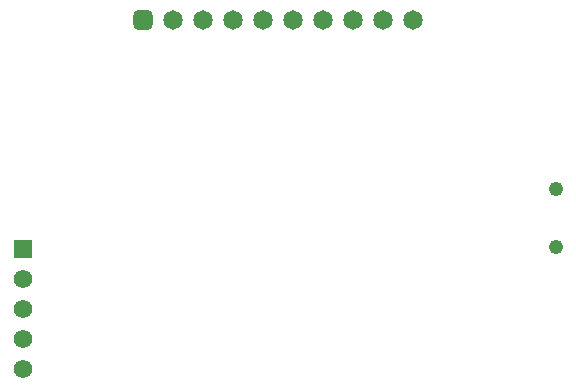
<source format=gbr>
G04*
G04 #@! TF.GenerationSoftware,Altium Limited,Altium Designer,24.0.1 (36)*
G04*
G04 Layer_Color=12632256*
%FSLAX25Y25*%
%MOIN*%
G70*
G04*
G04 #@! TF.SameCoordinates,852D5C1C-0582-447D-AFC5-A22B4F0E1159*
G04*
G04*
G04 #@! TF.FilePolarity,Positive*
G04*
G01*
G75*
%ADD49C,0.04800*%
%ADD51C,0.06181*%
%ADD52R,0.06181X0.06181*%
%ADD56C,0.06496*%
G04:AMPARAMS|DCode=57|XSize=64.96mil|YSize=64.96mil|CornerRadius=16.24mil|HoleSize=0mil|Usage=FLASHONLY|Rotation=180.000|XOffset=0mil|YOffset=0mil|HoleType=Round|Shape=RoundedRectangle|*
%AMROUNDEDRECTD57*
21,1,0.06496,0.03248,0,0,180.0*
21,1,0.03248,0.06496,0,0,180.0*
1,1,0.03248,-0.01624,0.01624*
1,1,0.03248,0.01624,0.01624*
1,1,0.03248,0.01624,-0.01624*
1,1,0.03248,-0.01624,-0.01624*
%
%ADD57ROUNDEDRECTD57*%
D49*
X212500Y205787D02*
D03*
Y225000D02*
D03*
D51*
X35000Y165000D02*
D03*
Y175000D02*
D03*
Y185000D02*
D03*
Y195000D02*
D03*
D52*
Y205000D02*
D03*
D56*
X125000Y281594D02*
D03*
X115000D02*
D03*
X105000D02*
D03*
X85000D02*
D03*
X95000D02*
D03*
X135000D02*
D03*
X145000D02*
D03*
X155000D02*
D03*
X165000D02*
D03*
D57*
X75000D02*
D03*
M02*

</source>
